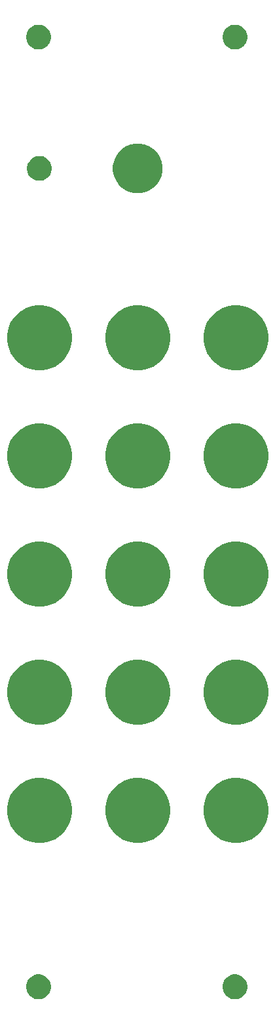
<source format=gbr>
G04 #@! TF.GenerationSoftware,KiCad,Pcbnew,5.0.2+dfsg1-1~bpo9+1*
G04 #@! TF.CreationDate,2019-05-24T18:29:25+02:00*
G04 #@! TF.ProjectId,frontpanel,66726f6e-7470-4616-9e65-6c2e6b696361,rev?*
G04 #@! TF.SameCoordinates,Original*
G04 #@! TF.FileFunction,Soldermask,Bot*
G04 #@! TF.FilePolarity,Negative*
%FSLAX46Y46*%
G04 Gerber Fmt 4.6, Leading zero omitted, Abs format (unit mm)*
G04 Created by KiCad (PCBNEW 5.0.2+dfsg1-1~bpo9+1) date Fri 24 May 2019 06:29:25 PM CEST*
%MOMM*%
%LPD*%
G01*
G04 APERTURE LIST*
%ADD10C,0.100000*%
G04 APERTURE END LIST*
D10*
G36*
X146142703Y-138439486D02*
X146433883Y-138560097D01*
X146695944Y-138735201D01*
X146918799Y-138958056D01*
X147093903Y-139220117D01*
X147214514Y-139511297D01*
X147276000Y-139820412D01*
X147276000Y-140135588D01*
X147214514Y-140444703D01*
X147093903Y-140735883D01*
X146918799Y-140997944D01*
X146695944Y-141220799D01*
X146433883Y-141395903D01*
X146142703Y-141516514D01*
X145833588Y-141578000D01*
X145518412Y-141578000D01*
X145209297Y-141516514D01*
X144918117Y-141395903D01*
X144656056Y-141220799D01*
X144433201Y-140997944D01*
X144258097Y-140735883D01*
X144137486Y-140444703D01*
X144076000Y-140135588D01*
X144076000Y-139820412D01*
X144137486Y-139511297D01*
X144258097Y-139220117D01*
X144433201Y-138958056D01*
X144656056Y-138735201D01*
X144918117Y-138560097D01*
X145209297Y-138439486D01*
X145518412Y-138378000D01*
X145833588Y-138378000D01*
X146142703Y-138439486D01*
X146142703Y-138439486D01*
G37*
G36*
X120742703Y-138439486D02*
X121033883Y-138560097D01*
X121295944Y-138735201D01*
X121518799Y-138958056D01*
X121693903Y-139220117D01*
X121814514Y-139511297D01*
X121876000Y-139820412D01*
X121876000Y-140135588D01*
X121814514Y-140444703D01*
X121693903Y-140735883D01*
X121518799Y-140997944D01*
X121295944Y-141220799D01*
X121033883Y-141395903D01*
X120742703Y-141516514D01*
X120433588Y-141578000D01*
X120118412Y-141578000D01*
X119809297Y-141516514D01*
X119518117Y-141395903D01*
X119256056Y-141220799D01*
X119033201Y-140997944D01*
X118858097Y-140735883D01*
X118737486Y-140444703D01*
X118676000Y-140135588D01*
X118676000Y-139820412D01*
X118737486Y-139511297D01*
X118858097Y-139220117D01*
X119033201Y-138958056D01*
X119256056Y-138735201D01*
X119518117Y-138560097D01*
X119809297Y-138439486D01*
X120118412Y-138378000D01*
X120433588Y-138378000D01*
X120742703Y-138439486D01*
X120742703Y-138439486D01*
G37*
G36*
X121621094Y-113182403D02*
X122068841Y-113367866D01*
X122385446Y-113499008D01*
X123068708Y-113955549D01*
X123073347Y-113958649D01*
X123658351Y-114543653D01*
X123658353Y-114543656D01*
X124117992Y-115231554D01*
X124117992Y-115231555D01*
X124434597Y-115995906D01*
X124596000Y-116807335D01*
X124596000Y-117634665D01*
X124434597Y-118446094D01*
X124249134Y-118893841D01*
X124117992Y-119210446D01*
X123661451Y-119893708D01*
X123658351Y-119898347D01*
X123073347Y-120483351D01*
X123073344Y-120483353D01*
X122385446Y-120942992D01*
X122068841Y-121074134D01*
X121621094Y-121259597D01*
X120809665Y-121421000D01*
X119982335Y-121421000D01*
X119170906Y-121259597D01*
X118723159Y-121074134D01*
X118406554Y-120942992D01*
X117718656Y-120483353D01*
X117718653Y-120483351D01*
X117133649Y-119898347D01*
X117130549Y-119893708D01*
X116674008Y-119210446D01*
X116542866Y-118893841D01*
X116357403Y-118446094D01*
X116196000Y-117634665D01*
X116196000Y-116807335D01*
X116357403Y-115995906D01*
X116674008Y-115231555D01*
X116674008Y-115231554D01*
X117133647Y-114543656D01*
X117133649Y-114543653D01*
X117718653Y-113958649D01*
X117723292Y-113955549D01*
X118406554Y-113499008D01*
X118723159Y-113367866D01*
X119170906Y-113182403D01*
X119982335Y-113021000D01*
X120809665Y-113021000D01*
X121621094Y-113182403D01*
X121621094Y-113182403D01*
G37*
G36*
X134321094Y-113182403D02*
X134768841Y-113367866D01*
X135085446Y-113499008D01*
X135768708Y-113955549D01*
X135773347Y-113958649D01*
X136358351Y-114543653D01*
X136358353Y-114543656D01*
X136817992Y-115231554D01*
X136817992Y-115231555D01*
X137134597Y-115995906D01*
X137296000Y-116807335D01*
X137296000Y-117634665D01*
X137134597Y-118446094D01*
X136949134Y-118893841D01*
X136817992Y-119210446D01*
X136361451Y-119893708D01*
X136358351Y-119898347D01*
X135773347Y-120483351D01*
X135773344Y-120483353D01*
X135085446Y-120942992D01*
X134768841Y-121074134D01*
X134321094Y-121259597D01*
X133509665Y-121421000D01*
X132682335Y-121421000D01*
X131870906Y-121259597D01*
X131423159Y-121074134D01*
X131106554Y-120942992D01*
X130418656Y-120483353D01*
X130418653Y-120483351D01*
X129833649Y-119898347D01*
X129830549Y-119893708D01*
X129374008Y-119210446D01*
X129242866Y-118893841D01*
X129057403Y-118446094D01*
X128896000Y-117634665D01*
X128896000Y-116807335D01*
X129057403Y-115995906D01*
X129374008Y-115231555D01*
X129374008Y-115231554D01*
X129833647Y-114543656D01*
X129833649Y-114543653D01*
X130418653Y-113958649D01*
X130423292Y-113955549D01*
X131106554Y-113499008D01*
X131423159Y-113367866D01*
X131870906Y-113182403D01*
X132682335Y-113021000D01*
X133509665Y-113021000D01*
X134321094Y-113182403D01*
X134321094Y-113182403D01*
G37*
G36*
X147021094Y-113182403D02*
X147468841Y-113367866D01*
X147785446Y-113499008D01*
X148468708Y-113955549D01*
X148473347Y-113958649D01*
X149058351Y-114543653D01*
X149058353Y-114543656D01*
X149517992Y-115231554D01*
X149517992Y-115231555D01*
X149834597Y-115995906D01*
X149996000Y-116807335D01*
X149996000Y-117634665D01*
X149834597Y-118446094D01*
X149649134Y-118893841D01*
X149517992Y-119210446D01*
X149061451Y-119893708D01*
X149058351Y-119898347D01*
X148473347Y-120483351D01*
X148473344Y-120483353D01*
X147785446Y-120942992D01*
X147468841Y-121074134D01*
X147021094Y-121259597D01*
X146209665Y-121421000D01*
X145382335Y-121421000D01*
X144570906Y-121259597D01*
X144123159Y-121074134D01*
X143806554Y-120942992D01*
X143118656Y-120483353D01*
X143118653Y-120483351D01*
X142533649Y-119898347D01*
X142530549Y-119893708D01*
X142074008Y-119210446D01*
X141942866Y-118893841D01*
X141757403Y-118446094D01*
X141596000Y-117634665D01*
X141596000Y-116807335D01*
X141757403Y-115995906D01*
X142074008Y-115231555D01*
X142074008Y-115231554D01*
X142533647Y-114543656D01*
X142533649Y-114543653D01*
X143118653Y-113958649D01*
X143123292Y-113955549D01*
X143806554Y-113499008D01*
X144123159Y-113367866D01*
X144570906Y-113182403D01*
X145382335Y-113021000D01*
X146209665Y-113021000D01*
X147021094Y-113182403D01*
X147021094Y-113182403D01*
G37*
G36*
X121621094Y-97942403D02*
X122068841Y-98127866D01*
X122385446Y-98259008D01*
X123068708Y-98715549D01*
X123073347Y-98718649D01*
X123658351Y-99303653D01*
X123658353Y-99303656D01*
X124117992Y-99991554D01*
X124117992Y-99991555D01*
X124434597Y-100755906D01*
X124596000Y-101567335D01*
X124596000Y-102394665D01*
X124434597Y-103206094D01*
X124249134Y-103653841D01*
X124117992Y-103970446D01*
X123661451Y-104653708D01*
X123658351Y-104658347D01*
X123073347Y-105243351D01*
X123073344Y-105243353D01*
X122385446Y-105702992D01*
X122068841Y-105834134D01*
X121621094Y-106019597D01*
X120809665Y-106181000D01*
X119982335Y-106181000D01*
X119170906Y-106019597D01*
X118723159Y-105834134D01*
X118406554Y-105702992D01*
X117718656Y-105243353D01*
X117718653Y-105243351D01*
X117133649Y-104658347D01*
X117130549Y-104653708D01*
X116674008Y-103970446D01*
X116542866Y-103653841D01*
X116357403Y-103206094D01*
X116196000Y-102394665D01*
X116196000Y-101567335D01*
X116357403Y-100755906D01*
X116674008Y-99991555D01*
X116674008Y-99991554D01*
X117133647Y-99303656D01*
X117133649Y-99303653D01*
X117718653Y-98718649D01*
X117723292Y-98715549D01*
X118406554Y-98259008D01*
X118723159Y-98127866D01*
X119170906Y-97942403D01*
X119982335Y-97781000D01*
X120809665Y-97781000D01*
X121621094Y-97942403D01*
X121621094Y-97942403D01*
G37*
G36*
X147021094Y-97942403D02*
X147468841Y-98127866D01*
X147785446Y-98259008D01*
X148468708Y-98715549D01*
X148473347Y-98718649D01*
X149058351Y-99303653D01*
X149058353Y-99303656D01*
X149517992Y-99991554D01*
X149517992Y-99991555D01*
X149834597Y-100755906D01*
X149996000Y-101567335D01*
X149996000Y-102394665D01*
X149834597Y-103206094D01*
X149649134Y-103653841D01*
X149517992Y-103970446D01*
X149061451Y-104653708D01*
X149058351Y-104658347D01*
X148473347Y-105243351D01*
X148473344Y-105243353D01*
X147785446Y-105702992D01*
X147468841Y-105834134D01*
X147021094Y-106019597D01*
X146209665Y-106181000D01*
X145382335Y-106181000D01*
X144570906Y-106019597D01*
X144123159Y-105834134D01*
X143806554Y-105702992D01*
X143118656Y-105243353D01*
X143118653Y-105243351D01*
X142533649Y-104658347D01*
X142530549Y-104653708D01*
X142074008Y-103970446D01*
X141942866Y-103653841D01*
X141757403Y-103206094D01*
X141596000Y-102394665D01*
X141596000Y-101567335D01*
X141757403Y-100755906D01*
X142074008Y-99991555D01*
X142074008Y-99991554D01*
X142533647Y-99303656D01*
X142533649Y-99303653D01*
X143118653Y-98718649D01*
X143123292Y-98715549D01*
X143806554Y-98259008D01*
X144123159Y-98127866D01*
X144570906Y-97942403D01*
X145382335Y-97781000D01*
X146209665Y-97781000D01*
X147021094Y-97942403D01*
X147021094Y-97942403D01*
G37*
G36*
X134321094Y-97942403D02*
X134768841Y-98127866D01*
X135085446Y-98259008D01*
X135768708Y-98715549D01*
X135773347Y-98718649D01*
X136358351Y-99303653D01*
X136358353Y-99303656D01*
X136817992Y-99991554D01*
X136817992Y-99991555D01*
X137134597Y-100755906D01*
X137296000Y-101567335D01*
X137296000Y-102394665D01*
X137134597Y-103206094D01*
X136949134Y-103653841D01*
X136817992Y-103970446D01*
X136361451Y-104653708D01*
X136358351Y-104658347D01*
X135773347Y-105243351D01*
X135773344Y-105243353D01*
X135085446Y-105702992D01*
X134768841Y-105834134D01*
X134321094Y-106019597D01*
X133509665Y-106181000D01*
X132682335Y-106181000D01*
X131870906Y-106019597D01*
X131423159Y-105834134D01*
X131106554Y-105702992D01*
X130418656Y-105243353D01*
X130418653Y-105243351D01*
X129833649Y-104658347D01*
X129830549Y-104653708D01*
X129374008Y-103970446D01*
X129242866Y-103653841D01*
X129057403Y-103206094D01*
X128896000Y-102394665D01*
X128896000Y-101567335D01*
X129057403Y-100755906D01*
X129374008Y-99991555D01*
X129374008Y-99991554D01*
X129833647Y-99303656D01*
X129833649Y-99303653D01*
X130418653Y-98718649D01*
X130423292Y-98715549D01*
X131106554Y-98259008D01*
X131423159Y-98127866D01*
X131870906Y-97942403D01*
X132682335Y-97781000D01*
X133509665Y-97781000D01*
X134321094Y-97942403D01*
X134321094Y-97942403D01*
G37*
G36*
X134321094Y-82702403D02*
X134768841Y-82887866D01*
X135085446Y-83019008D01*
X135768708Y-83475549D01*
X135773347Y-83478649D01*
X136358351Y-84063653D01*
X136358353Y-84063656D01*
X136817992Y-84751554D01*
X136817992Y-84751555D01*
X137134597Y-85515906D01*
X137296000Y-86327335D01*
X137296000Y-87154665D01*
X137134597Y-87966094D01*
X136949134Y-88413841D01*
X136817992Y-88730446D01*
X136361451Y-89413708D01*
X136358351Y-89418347D01*
X135773347Y-90003351D01*
X135773344Y-90003353D01*
X135085446Y-90462992D01*
X134768841Y-90594134D01*
X134321094Y-90779597D01*
X133509665Y-90941000D01*
X132682335Y-90941000D01*
X131870906Y-90779597D01*
X131423159Y-90594134D01*
X131106554Y-90462992D01*
X130418656Y-90003353D01*
X130418653Y-90003351D01*
X129833649Y-89418347D01*
X129830549Y-89413708D01*
X129374008Y-88730446D01*
X129242866Y-88413841D01*
X129057403Y-87966094D01*
X128896000Y-87154665D01*
X128896000Y-86327335D01*
X129057403Y-85515906D01*
X129374008Y-84751555D01*
X129374008Y-84751554D01*
X129833647Y-84063656D01*
X129833649Y-84063653D01*
X130418653Y-83478649D01*
X130423292Y-83475549D01*
X131106554Y-83019008D01*
X131423159Y-82887866D01*
X131870906Y-82702403D01*
X132682335Y-82541000D01*
X133509665Y-82541000D01*
X134321094Y-82702403D01*
X134321094Y-82702403D01*
G37*
G36*
X121621094Y-82702403D02*
X122068841Y-82887866D01*
X122385446Y-83019008D01*
X123068708Y-83475549D01*
X123073347Y-83478649D01*
X123658351Y-84063653D01*
X123658353Y-84063656D01*
X124117992Y-84751554D01*
X124117992Y-84751555D01*
X124434597Y-85515906D01*
X124596000Y-86327335D01*
X124596000Y-87154665D01*
X124434597Y-87966094D01*
X124249134Y-88413841D01*
X124117992Y-88730446D01*
X123661451Y-89413708D01*
X123658351Y-89418347D01*
X123073347Y-90003351D01*
X123073344Y-90003353D01*
X122385446Y-90462992D01*
X122068841Y-90594134D01*
X121621094Y-90779597D01*
X120809665Y-90941000D01*
X119982335Y-90941000D01*
X119170906Y-90779597D01*
X118723159Y-90594134D01*
X118406554Y-90462992D01*
X117718656Y-90003353D01*
X117718653Y-90003351D01*
X117133649Y-89418347D01*
X117130549Y-89413708D01*
X116674008Y-88730446D01*
X116542866Y-88413841D01*
X116357403Y-87966094D01*
X116196000Y-87154665D01*
X116196000Y-86327335D01*
X116357403Y-85515906D01*
X116674008Y-84751555D01*
X116674008Y-84751554D01*
X117133647Y-84063656D01*
X117133649Y-84063653D01*
X117718653Y-83478649D01*
X117723292Y-83475549D01*
X118406554Y-83019008D01*
X118723159Y-82887866D01*
X119170906Y-82702403D01*
X119982335Y-82541000D01*
X120809665Y-82541000D01*
X121621094Y-82702403D01*
X121621094Y-82702403D01*
G37*
G36*
X147021094Y-82702403D02*
X147468841Y-82887866D01*
X147785446Y-83019008D01*
X148468708Y-83475549D01*
X148473347Y-83478649D01*
X149058351Y-84063653D01*
X149058353Y-84063656D01*
X149517992Y-84751554D01*
X149517992Y-84751555D01*
X149834597Y-85515906D01*
X149996000Y-86327335D01*
X149996000Y-87154665D01*
X149834597Y-87966094D01*
X149649134Y-88413841D01*
X149517992Y-88730446D01*
X149061451Y-89413708D01*
X149058351Y-89418347D01*
X148473347Y-90003351D01*
X148473344Y-90003353D01*
X147785446Y-90462992D01*
X147468841Y-90594134D01*
X147021094Y-90779597D01*
X146209665Y-90941000D01*
X145382335Y-90941000D01*
X144570906Y-90779597D01*
X144123159Y-90594134D01*
X143806554Y-90462992D01*
X143118656Y-90003353D01*
X143118653Y-90003351D01*
X142533649Y-89418347D01*
X142530549Y-89413708D01*
X142074008Y-88730446D01*
X141942866Y-88413841D01*
X141757403Y-87966094D01*
X141596000Y-87154665D01*
X141596000Y-86327335D01*
X141757403Y-85515906D01*
X142074008Y-84751555D01*
X142074008Y-84751554D01*
X142533647Y-84063656D01*
X142533649Y-84063653D01*
X143118653Y-83478649D01*
X143123292Y-83475549D01*
X143806554Y-83019008D01*
X144123159Y-82887866D01*
X144570906Y-82702403D01*
X145382335Y-82541000D01*
X146209665Y-82541000D01*
X147021094Y-82702403D01*
X147021094Y-82702403D01*
G37*
G36*
X134321094Y-67462403D02*
X134768841Y-67647866D01*
X135085446Y-67779008D01*
X135768708Y-68235549D01*
X135773347Y-68238649D01*
X136358351Y-68823653D01*
X136358353Y-68823656D01*
X136817992Y-69511554D01*
X136817992Y-69511555D01*
X137134597Y-70275906D01*
X137296000Y-71087335D01*
X137296000Y-71914665D01*
X137134597Y-72726094D01*
X136949134Y-73173841D01*
X136817992Y-73490446D01*
X136361451Y-74173708D01*
X136358351Y-74178347D01*
X135773347Y-74763351D01*
X135773344Y-74763353D01*
X135085446Y-75222992D01*
X134768841Y-75354134D01*
X134321094Y-75539597D01*
X133509665Y-75701000D01*
X132682335Y-75701000D01*
X131870906Y-75539597D01*
X131423159Y-75354134D01*
X131106554Y-75222992D01*
X130418656Y-74763353D01*
X130418653Y-74763351D01*
X129833649Y-74178347D01*
X129830549Y-74173708D01*
X129374008Y-73490446D01*
X129242866Y-73173841D01*
X129057403Y-72726094D01*
X128896000Y-71914665D01*
X128896000Y-71087335D01*
X129057403Y-70275906D01*
X129374008Y-69511555D01*
X129374008Y-69511554D01*
X129833647Y-68823656D01*
X129833649Y-68823653D01*
X130418653Y-68238649D01*
X130423292Y-68235549D01*
X131106554Y-67779008D01*
X131423159Y-67647866D01*
X131870906Y-67462403D01*
X132682335Y-67301000D01*
X133509665Y-67301000D01*
X134321094Y-67462403D01*
X134321094Y-67462403D01*
G37*
G36*
X147021094Y-67462403D02*
X147468841Y-67647866D01*
X147785446Y-67779008D01*
X148468708Y-68235549D01*
X148473347Y-68238649D01*
X149058351Y-68823653D01*
X149058353Y-68823656D01*
X149517992Y-69511554D01*
X149517992Y-69511555D01*
X149834597Y-70275906D01*
X149996000Y-71087335D01*
X149996000Y-71914665D01*
X149834597Y-72726094D01*
X149649134Y-73173841D01*
X149517992Y-73490446D01*
X149061451Y-74173708D01*
X149058351Y-74178347D01*
X148473347Y-74763351D01*
X148473344Y-74763353D01*
X147785446Y-75222992D01*
X147468841Y-75354134D01*
X147021094Y-75539597D01*
X146209665Y-75701000D01*
X145382335Y-75701000D01*
X144570906Y-75539597D01*
X144123159Y-75354134D01*
X143806554Y-75222992D01*
X143118656Y-74763353D01*
X143118653Y-74763351D01*
X142533649Y-74178347D01*
X142530549Y-74173708D01*
X142074008Y-73490446D01*
X141942866Y-73173841D01*
X141757403Y-72726094D01*
X141596000Y-71914665D01*
X141596000Y-71087335D01*
X141757403Y-70275906D01*
X142074008Y-69511555D01*
X142074008Y-69511554D01*
X142533647Y-68823656D01*
X142533649Y-68823653D01*
X143118653Y-68238649D01*
X143123292Y-68235549D01*
X143806554Y-67779008D01*
X144123159Y-67647866D01*
X144570906Y-67462403D01*
X145382335Y-67301000D01*
X146209665Y-67301000D01*
X147021094Y-67462403D01*
X147021094Y-67462403D01*
G37*
G36*
X121621094Y-67462403D02*
X122068841Y-67647866D01*
X122385446Y-67779008D01*
X123068708Y-68235549D01*
X123073347Y-68238649D01*
X123658351Y-68823653D01*
X123658353Y-68823656D01*
X124117992Y-69511554D01*
X124117992Y-69511555D01*
X124434597Y-70275906D01*
X124596000Y-71087335D01*
X124596000Y-71914665D01*
X124434597Y-72726094D01*
X124249134Y-73173841D01*
X124117992Y-73490446D01*
X123661451Y-74173708D01*
X123658351Y-74178347D01*
X123073347Y-74763351D01*
X123073344Y-74763353D01*
X122385446Y-75222992D01*
X122068841Y-75354134D01*
X121621094Y-75539597D01*
X120809665Y-75701000D01*
X119982335Y-75701000D01*
X119170906Y-75539597D01*
X118723159Y-75354134D01*
X118406554Y-75222992D01*
X117718656Y-74763353D01*
X117718653Y-74763351D01*
X117133649Y-74178347D01*
X117130549Y-74173708D01*
X116674008Y-73490446D01*
X116542866Y-73173841D01*
X116357403Y-72726094D01*
X116196000Y-71914665D01*
X116196000Y-71087335D01*
X116357403Y-70275906D01*
X116674008Y-69511555D01*
X116674008Y-69511554D01*
X117133647Y-68823656D01*
X117133649Y-68823653D01*
X117718653Y-68238649D01*
X117723292Y-68235549D01*
X118406554Y-67779008D01*
X118723159Y-67647866D01*
X119170906Y-67462403D01*
X119982335Y-67301000D01*
X120809665Y-67301000D01*
X121621094Y-67462403D01*
X121621094Y-67462403D01*
G37*
G36*
X121621094Y-52222403D02*
X122068841Y-52407866D01*
X122385446Y-52539008D01*
X123068708Y-52995549D01*
X123073347Y-52998649D01*
X123658351Y-53583653D01*
X123658353Y-53583656D01*
X124117992Y-54271554D01*
X124117992Y-54271555D01*
X124434597Y-55035906D01*
X124596000Y-55847335D01*
X124596000Y-56674665D01*
X124434597Y-57486094D01*
X124249134Y-57933841D01*
X124117992Y-58250446D01*
X123661451Y-58933708D01*
X123658351Y-58938347D01*
X123073347Y-59523351D01*
X123073344Y-59523353D01*
X122385446Y-59982992D01*
X122068841Y-60114134D01*
X121621094Y-60299597D01*
X120809665Y-60461000D01*
X119982335Y-60461000D01*
X119170906Y-60299597D01*
X118723159Y-60114134D01*
X118406554Y-59982992D01*
X117718656Y-59523353D01*
X117718653Y-59523351D01*
X117133649Y-58938347D01*
X117130549Y-58933708D01*
X116674008Y-58250446D01*
X116542866Y-57933841D01*
X116357403Y-57486094D01*
X116196000Y-56674665D01*
X116196000Y-55847335D01*
X116357403Y-55035906D01*
X116674008Y-54271555D01*
X116674008Y-54271554D01*
X117133647Y-53583656D01*
X117133649Y-53583653D01*
X117718653Y-52998649D01*
X117723292Y-52995549D01*
X118406554Y-52539008D01*
X118723159Y-52407866D01*
X119170906Y-52222403D01*
X119982335Y-52061000D01*
X120809665Y-52061000D01*
X121621094Y-52222403D01*
X121621094Y-52222403D01*
G37*
G36*
X147021094Y-52222403D02*
X147468841Y-52407866D01*
X147785446Y-52539008D01*
X148468708Y-52995549D01*
X148473347Y-52998649D01*
X149058351Y-53583653D01*
X149058353Y-53583656D01*
X149517992Y-54271554D01*
X149517992Y-54271555D01*
X149834597Y-55035906D01*
X149996000Y-55847335D01*
X149996000Y-56674665D01*
X149834597Y-57486094D01*
X149649134Y-57933841D01*
X149517992Y-58250446D01*
X149061451Y-58933708D01*
X149058351Y-58938347D01*
X148473347Y-59523351D01*
X148473344Y-59523353D01*
X147785446Y-59982992D01*
X147468841Y-60114134D01*
X147021094Y-60299597D01*
X146209665Y-60461000D01*
X145382335Y-60461000D01*
X144570906Y-60299597D01*
X144123159Y-60114134D01*
X143806554Y-59982992D01*
X143118656Y-59523353D01*
X143118653Y-59523351D01*
X142533649Y-58938347D01*
X142530549Y-58933708D01*
X142074008Y-58250446D01*
X141942866Y-57933841D01*
X141757403Y-57486094D01*
X141596000Y-56674665D01*
X141596000Y-55847335D01*
X141757403Y-55035906D01*
X142074008Y-54271555D01*
X142074008Y-54271554D01*
X142533647Y-53583656D01*
X142533649Y-53583653D01*
X143118653Y-52998649D01*
X143123292Y-52995549D01*
X143806554Y-52539008D01*
X144123159Y-52407866D01*
X144570906Y-52222403D01*
X145382335Y-52061000D01*
X146209665Y-52061000D01*
X147021094Y-52222403D01*
X147021094Y-52222403D01*
G37*
G36*
X134321094Y-52222403D02*
X134768841Y-52407866D01*
X135085446Y-52539008D01*
X135768708Y-52995549D01*
X135773347Y-52998649D01*
X136358351Y-53583653D01*
X136358353Y-53583656D01*
X136817992Y-54271554D01*
X136817992Y-54271555D01*
X137134597Y-55035906D01*
X137296000Y-55847335D01*
X137296000Y-56674665D01*
X137134597Y-57486094D01*
X136949134Y-57933841D01*
X136817992Y-58250446D01*
X136361451Y-58933708D01*
X136358351Y-58938347D01*
X135773347Y-59523351D01*
X135773344Y-59523353D01*
X135085446Y-59982992D01*
X134768841Y-60114134D01*
X134321094Y-60299597D01*
X133509665Y-60461000D01*
X132682335Y-60461000D01*
X131870906Y-60299597D01*
X131423159Y-60114134D01*
X131106554Y-59982992D01*
X130418656Y-59523353D01*
X130418653Y-59523351D01*
X129833649Y-58938347D01*
X129830549Y-58933708D01*
X129374008Y-58250446D01*
X129242866Y-57933841D01*
X129057403Y-57486094D01*
X128896000Y-56674665D01*
X128896000Y-55847335D01*
X129057403Y-55035906D01*
X129374008Y-54271555D01*
X129374008Y-54271554D01*
X129833647Y-53583656D01*
X129833649Y-53583653D01*
X130418653Y-52998649D01*
X130423292Y-52995549D01*
X131106554Y-52539008D01*
X131423159Y-52407866D01*
X131870906Y-52222403D01*
X132682335Y-52061000D01*
X133509665Y-52061000D01*
X134321094Y-52222403D01*
X134321094Y-52222403D01*
G37*
G36*
X134029405Y-31339974D02*
X134611767Y-31581196D01*
X135135884Y-31931400D01*
X135581600Y-32377116D01*
X135931804Y-32901233D01*
X136173026Y-33483595D01*
X136296000Y-34101826D01*
X136296000Y-34732174D01*
X136173026Y-35350405D01*
X135931804Y-35932767D01*
X135581600Y-36456884D01*
X135135884Y-36902600D01*
X134611767Y-37252804D01*
X134029405Y-37494026D01*
X133411174Y-37617000D01*
X132780826Y-37617000D01*
X132162595Y-37494026D01*
X131580233Y-37252804D01*
X131056116Y-36902600D01*
X130610400Y-36456884D01*
X130260196Y-35932767D01*
X130018974Y-35350405D01*
X129896000Y-34732174D01*
X129896000Y-34101826D01*
X130018974Y-33483595D01*
X130260196Y-32901233D01*
X130610400Y-32377116D01*
X131056116Y-31931400D01*
X131580233Y-31581196D01*
X132162595Y-31339974D01*
X132780826Y-31217000D01*
X133411174Y-31217000D01*
X134029405Y-31339974D01*
X134029405Y-31339974D01*
G37*
G36*
X120862703Y-32878486D02*
X121153883Y-32999097D01*
X121415944Y-33174201D01*
X121638799Y-33397056D01*
X121813903Y-33659117D01*
X121934514Y-33950297D01*
X121996000Y-34259412D01*
X121996000Y-34574588D01*
X121934514Y-34883703D01*
X121813903Y-35174883D01*
X121638799Y-35436944D01*
X121415944Y-35659799D01*
X121153883Y-35834903D01*
X120862703Y-35955514D01*
X120553588Y-36017000D01*
X120238412Y-36017000D01*
X119929297Y-35955514D01*
X119638117Y-35834903D01*
X119376056Y-35659799D01*
X119153201Y-35436944D01*
X118978097Y-35174883D01*
X118857486Y-34883703D01*
X118796000Y-34574588D01*
X118796000Y-34259412D01*
X118857486Y-33950297D01*
X118978097Y-33659117D01*
X119153201Y-33397056D01*
X119376056Y-33174201D01*
X119638117Y-32999097D01*
X119929297Y-32878486D01*
X120238412Y-32817000D01*
X120553588Y-32817000D01*
X120862703Y-32878486D01*
X120862703Y-32878486D01*
G37*
G36*
X120742703Y-15939486D02*
X121033883Y-16060097D01*
X121295944Y-16235201D01*
X121518799Y-16458056D01*
X121693903Y-16720117D01*
X121814514Y-17011297D01*
X121876000Y-17320412D01*
X121876000Y-17635588D01*
X121814514Y-17944703D01*
X121693903Y-18235883D01*
X121518799Y-18497944D01*
X121295944Y-18720799D01*
X121033883Y-18895903D01*
X120742703Y-19016514D01*
X120433588Y-19078000D01*
X120118412Y-19078000D01*
X119809297Y-19016514D01*
X119518117Y-18895903D01*
X119256056Y-18720799D01*
X119033201Y-18497944D01*
X118858097Y-18235883D01*
X118737486Y-17944703D01*
X118676000Y-17635588D01*
X118676000Y-17320412D01*
X118737486Y-17011297D01*
X118858097Y-16720117D01*
X119033201Y-16458056D01*
X119256056Y-16235201D01*
X119518117Y-16060097D01*
X119809297Y-15939486D01*
X120118412Y-15878000D01*
X120433588Y-15878000D01*
X120742703Y-15939486D01*
X120742703Y-15939486D01*
G37*
G36*
X146142703Y-15939486D02*
X146433883Y-16060097D01*
X146695944Y-16235201D01*
X146918799Y-16458056D01*
X147093903Y-16720117D01*
X147214514Y-17011297D01*
X147276000Y-17320412D01*
X147276000Y-17635588D01*
X147214514Y-17944703D01*
X147093903Y-18235883D01*
X146918799Y-18497944D01*
X146695944Y-18720799D01*
X146433883Y-18895903D01*
X146142703Y-19016514D01*
X145833588Y-19078000D01*
X145518412Y-19078000D01*
X145209297Y-19016514D01*
X144918117Y-18895903D01*
X144656056Y-18720799D01*
X144433201Y-18497944D01*
X144258097Y-18235883D01*
X144137486Y-17944703D01*
X144076000Y-17635588D01*
X144076000Y-17320412D01*
X144137486Y-17011297D01*
X144258097Y-16720117D01*
X144433201Y-16458056D01*
X144656056Y-16235201D01*
X144918117Y-16060097D01*
X145209297Y-15939486D01*
X145518412Y-15878000D01*
X145833588Y-15878000D01*
X146142703Y-15939486D01*
X146142703Y-15939486D01*
G37*
M02*

</source>
